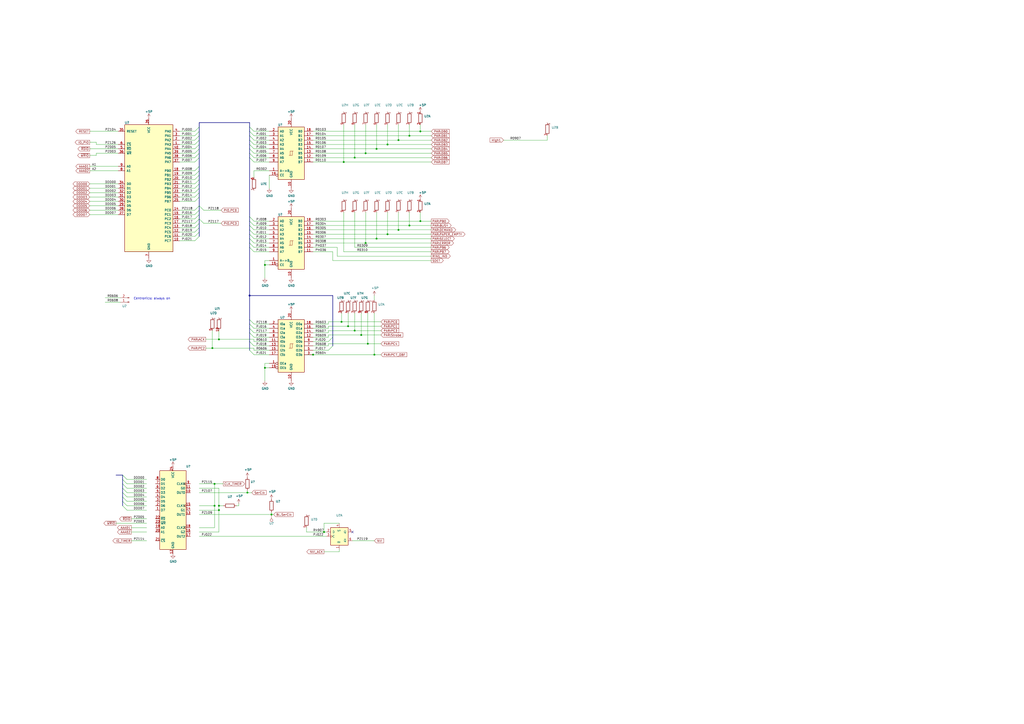
<source format=kicad_sch>
(kicad_sch (version 20220820) (generator eeschema)
  (paper "A2")
  (title_block (title "P09 PIO TIMER"))
  (lib_symbols
    (symbol "74xx:74LS244" (pin_names (offset 1.016))
      (property "Reference" "U" (at -7.62 16.51 0))
      (property "Value" "74LS244" (at -7.62 -16.51 0))
      (symbol "74LS244_1_0"
        (pin input inverted (at -12.7 -10.16 0) (length 5.08) (name "OEa") (number "1"))
        (pin power_in line (at 0 -20.32 90) (length 5.08) (name "GND") (number "10"))
        (pin input line (at -12.7 2.54 0) (length 5.08) (name "I0b") (number "11"))
        (pin tri_state line (at 12.7 5.08 180) (length 5.08) (name "O3a") (number "12"))
        (pin input line (at -12.7 0 0) (length 5.08) (name "I1b") (number "13"))
        (pin tri_state line (at 12.7 7.62 180) (length 5.08) (name "O2a") (number "14"))
        (pin input line (at -12.7 -2.54 0) (length 5.08) (name "I2b") (number "15"))
        (pin tri_state line (at 12.7 10.16 180) (length 5.08) (name "O1a") (number "16"))
        (pin input line (at -12.7 -5.08 0) (length 5.08) (name "I3b") (number "17"))
        (pin tri_state line (at 12.7 12.7 180) (length 5.08) (name "O0a") (number "18"))
        (pin input inverted (at -12.7 -12.7 0) (length 5.08) (name "OEb") (number "19"))
        (pin input line (at -12.7 12.7 0) (length 5.08) (name "I0a") (number "2"))
        (pin power_in line (at 0 20.32 270) (length 5.08) (name "VCC") (number "20"))
        (pin tri_state line (at 12.7 -5.08 180) (length 5.08) (name "O3b") (number "3"))
        (pin input line (at -12.7 10.16 0) (length 5.08) (name "I1a") (number "4"))
        (pin tri_state line (at 12.7 -2.54 180) (length 5.08) (name "O2b") (number "5"))
        (pin input line (at -12.7 7.62 0) (length 5.08) (name "I2a") (number "6"))
        (pin tri_state line (at 12.7 0 180) (length 5.08) (name "O1b") (number "7"))
        (pin input line (at -12.7 5.08 0) (length 5.08) (name "I3a") (number "8"))
        (pin tri_state line (at 12.7 2.54 180) (length 5.08) (name "O0b") (number "9"))
      )
    )
    (symbol "74xx:74LS245" (pin_names (offset 1.016))
      (property "Reference" "U" (at -7.62 16.51 0))
      (property "Value" "74LS245" (at -7.62 -16.51 0))
      (symbol "74LS245_1_0"
        (pin input line (at -12.7 -10.16 0) (length 5.08) (name "A->B") (number "1"))
        (pin power_in line (at 0 -20.32 90) (length 5.08) (name "GND") (number "10"))
        (pin tri_state line (at 12.7 -5.08 180) (length 5.08) (name "B7") (number "11"))
        (pin tri_state line (at 12.7 -2.54 180) (length 5.08) (name "B6") (number "12"))
        (pin tri_state line (at 12.7 0 180) (length 5.08) (name "B5") (number "13"))
        (pin tri_state line (at 12.7 2.54 180) (length 5.08) (name "B4") (number "14"))
        (pin tri_state line (at 12.7 5.08 180) (length 5.08) (name "B3") (number "15"))
        (pin tri_state line (at 12.7 7.62 180) (length 5.08) (name "B2") (number "16"))
        (pin tri_state line (at 12.7 10.16 180) (length 5.08) (name "B1") (number "17"))
        (pin tri_state line (at 12.7 12.7 180) (length 5.08) (name "B0") (number "18"))
        (pin input inverted (at -12.7 -12.7 0) (length 5.08) (name "CE") (number "19"))
        (pin tri_state line (at -12.7 12.7 0) (length 5.08) (name "A0") (number "2"))
        (pin power_in line (at 0 20.32 270) (length 5.08) (name "VCC") (number "20"))
        (pin tri_state line (at -12.7 10.16 0) (length 5.08) (name "A1") (number "3"))
        (pin tri_state line (at -12.7 7.62 0) (length 5.08) (name "A2") (number "4"))
        (pin tri_state line (at -12.7 5.08 0) (length 5.08) (name "A3") (number "5"))
        (pin tri_state line (at -12.7 2.54 0) (length 5.08) (name "A4") (number "6"))
        (pin tri_state line (at -12.7 0 0) (length 5.08) (name "A5") (number "7"))
        (pin tri_state line (at -12.7 -2.54 0) (length 5.08) (name "A6") (number "8"))
        (pin tri_state line (at -12.7 -5.08 0) (length 5.08) (name "A7") (number "9"))
      )
    )
    (symbol "74xx:74LS74" (pin_names (offset 1.016))
      (property "Reference" "U" (at -7.62 8.89 0))
      (property "Value" "74LS74" (at -7.62 -8.89 0))
      (symbol "74LS74_1_0"
        (pin input line (at 0 -7.62 90) (length 2.54) (name "~{R}") (number "1"))
        (pin input line (at -7.62 2.54 0) (length 2.54) (name "D") (number "2"))
        (pin input clock (at -7.62 0 0) (length 2.54) (name "C") (number "3"))
        (pin input line (at 0 7.62 270) (length 2.54) (name "~{S}") (number "4"))
        (pin output line (at 7.62 2.54 180) (length 2.54) (name "Q") (number "5"))
        (pin output line (at 7.62 -2.54 180) (length 2.54) (name "~{Q}") (number "6"))
      )
      (symbol "74LS74_2_0"
        (pin input line (at 0 7.62 270) (length 2.54) (name "~{S}") (number "10"))
        (pin input clock (at -7.62 0 0) (length 2.54) (name "C") (number "11"))
        (pin input line (at -7.62 2.54 0) (length 2.54) (name "D") (number "12"))
        (pin input line (at 0 -7.62 90) (length 2.54) (name "~{R}") (number "13"))
        (pin output line (at 7.62 -2.54 180) (length 2.54) (name "~{Q}") (number "8"))
        (pin output line (at 7.62 2.54 180) (length 2.54) (name "Q") (number "9"))
      )
      (symbol "74LS74_3_0"
        (pin power_in line (at 0 10.16 270) (length 2.54) (name "VCC") (number "14"))
        (pin power_in line (at 0 -10.16 90) (length 2.54) (name "GND") (number "7"))
      )
    )
    (symbol "Connector:Conn_01x02_Male" (pin_names (offset 1.016) hide)
      (property "Reference" "J" (at 0 2.54 0))
      (property "Value" "Conn_01x02_Male" (at 0 -5.08 0))
      (symbol "Conn_01x02_Male_1_1"
        (pin passive line (at 5.08 0 180) (length 3.81) (name "Pin_1") (number "1"))
        (pin passive line (at 5.08 -2.54 180) (length 3.81) (name "Pin_2") (number "2"))
      )
    )
    (symbol "Connector:TestPoint" (pin_numbers hide) (pin_names (offset 0.762) hide)
      (property "Reference" "TP" (at 0 6.858 0))
      (property "Value" "TestPoint" (at 0 5.08 0))
      (symbol "TestPoint_1_1"
        (pin passive line (at 0 0 90) (length 2.54) (name "1") (number "1"))
      )
    )
    (symbol "Device:R" (pin_numbers hide) (pin_names (offset 0))
      (property "Reference" "R" (at 2.032 0 90))
      (property "Value" "R" (at 0 0 90))
      (symbol "R_1_1"
        (pin passive line (at 0 3.81 270) (length 1.27) (name "~") (number "1"))
        (pin passive line (at 0 -3.81 90) (length 1.27) (name "~") (number "2"))
      )
    )
    (symbol "Device:R_Network07_Split" (pin_names (offset 0) hide)
      (property "Reference" "RN" (at 2.032 0 90))
      (property "Value" "R_Network07_Split" (at 0 0 90))
      (symbol "R_Network07_Split_1_1"
        (pin passive line (at 0 3.81 270) (length 1.27) (name "R1.1") (number "1"))
        (pin passive line (at 0 -3.81 90) (length 1.27) (name "R1.2") (number "2"))
      )
      (symbol "R_Network07_Split_2_1"
        (text "1" (at 0.889 3.175 900) (effects (font (size 1.27 1.27))))
        (pin passive line (at 0 -3.81 90) (length 1.27) (name "R2.2") (number "3"))
      )
      (symbol "R_Network07_Split_3_1"
        (text "1" (at 0.889 3.175 900) (effects (font (size 1.27 1.27))))
        (pin passive line (at 0 -3.81 90) (length 1.27) (name "R3.2") (number "4"))
      )
      (symbol "R_Network07_Split_4_1"
        (text "1" (at 0.889 3.175 900) (effects (font (size 1.27 1.27))))
        (pin passive line (at 0 -3.81 90) (length 1.27) (name "R4.2") (number "5"))
      )
      (symbol "R_Network07_Split_5_1"
        (text "1" (at 0.889 3.175 900) (effects (font (size 1.27 1.27))))
        (pin passive line (at 0 -3.81 90) (length 1.27) (name "R5.2") (number "6"))
      )
      (symbol "R_Network07_Split_6_1"
        (text "1" (at 0.889 3.175 900) (effects (font (size 1.27 1.27))))
        (pin passive line (at 0 -3.81 90) (length 1.27) (name "R6.2") (number "7"))
      )
      (symbol "R_Network07_Split_7_1"
        (text "1" (at 0.889 3.175 900) (effects (font (size 1.27 1.27))))
        (pin passive line (at 0 -3.81 90) (length 1.27) (name "R7.2") (number "8"))
      )
    )
    (symbol "Device:R_Network09_Split" (pin_names (offset 0) hide)
      (property "Reference" "RN" (at 2.032 0 90))
      (property "Value" "R_Network09_Split" (at 0 0 90))
      (symbol "R_Network09_Split_1_1"
        (pin passive line (at 0 3.81 270) (length 1.27) (name "R1.1") (number "1"))
        (pin passive line (at 0 -3.81 90) (length 1.27) (name "R1.2") (number "2"))
      )
      (symbol "R_Network09_Split_2_1"
        (text "1" (at 0.889 3.175 900) (effects (font (size 1.27 1.27))))
        (pin passive line (at 0 -3.81 90) (length 1.27) (name "R2.2") (number "3"))
      )
      (symbol "R_Network09_Split_3_1"
        (text "1" (at 0.889 3.175 900) (effects (font (size 1.27 1.27))))
        (pin passive line (at 0 -3.81 90) (length 1.27) (name "R3.2") (number "4"))
      )
      (symbol "R_Network09_Split_4_1"
        (text "1" (at 0.889 3.175 900) (effects (font (size 1.27 1.27))))
        (pin passive line (at 0 -3.81 90) (length 1.27) (name "R4.2") (number "5"))
      )
      (symbol "R_Network09_Split_5_1"
        (text "1" (at 0.889 3.175 900) (effects (font (size 1.27 1.27))))
        (pin passive line (at 0 -3.81 90) (length 1.27) (name "R5.2") (number "6"))
      )
      (symbol "R_Network09_Split_6_1"
        (text "1" (at 0.889 3.175 900) (effects (font (size 1.27 1.27))))
        (pin passive line (at 0 -3.81 90) (length 1.27) (name "R6.2") (number "7"))
      )
      (symbol "R_Network09_Split_7_1"
        (text "1" (at 0.889 3.175 900) (effects (font (size 1.27 1.27))))
        (pin passive line (at 0 -3.81 90) (length 1.27) (name "R7.2") (number "8"))
      )
      (symbol "R_Network09_Split_8_1"
        (text "1" (at 0.889 3.175 900) (effects (font (size 1.27 1.27))))
        (pin passive line (at 0 -3.81 90) (length 1.27) (name "R8.2") (number "9"))
      )
      (symbol "R_Network09_Split_9_1"
        (text "1" (at 0.889 3.175 900) (effects (font (size 1.27 1.27))))
        (pin passive line (at 0 -3.81 90) (length 1.27) (name "R9.2") (number "10"))
      )
    )
    (symbol "Interface:8255" (pin_names (offset 1.016))
      (property "Reference" "U" (at -13.97 38.1 0))
      (property "Value" "8255" (at 8.89 38.1 0))
      (symbol "8255_1_1"
        (pin bidirectional line (at 17.78 25.4 180) (length 3.81) (name "PA3") (number "1"))
        (pin bidirectional line (at 17.78 -30.48 180) (length 3.81) (name "PC7") (number "10"))
        (pin bidirectional line (at 17.78 -27.94 180) (length 3.81) (name "PC6") (number "11"))
        (pin bidirectional line (at 17.78 -25.4 180) (length 3.81) (name "PC5") (number "12"))
        (pin bidirectional line (at 17.78 -22.86 180) (length 3.81) (name "PC4") (number "13"))
        (pin bidirectional line (at 17.78 -12.7 180) (length 3.81) (name "PC0") (number "14"))
        (pin bidirectional line (at 17.78 -15.24 180) (length 3.81) (name "PC1") (number "15"))
        (pin bidirectional line (at 17.78 -17.78 180) (length 3.81) (name "PC2") (number "16"))
        (pin bidirectional line (at 17.78 -20.32 180) (length 3.81) (name "PC3") (number "17"))
        (pin bidirectional line (at 17.78 10.16 180) (length 3.81) (name "PB0") (number "18"))
        (pin bidirectional line (at 17.78 7.62 180) (length 3.81) (name "PB1") (number "19"))
        (pin bidirectional line (at 17.78 27.94 180) (length 3.81) (name "PA2") (number "2"))
        (pin bidirectional line (at 17.78 5.08 180) (length 3.81) (name "PB2") (number "20"))
        (pin bidirectional line (at 17.78 2.54 180) (length 3.81) (name "PB3") (number "21"))
        (pin bidirectional line (at 17.78 0 180) (length 3.81) (name "PB4") (number "22"))
        (pin bidirectional line (at 17.78 -2.54 180) (length 3.81) (name "PB5") (number "23"))
        (pin bidirectional line (at 17.78 -5.08 180) (length 3.81) (name "PB6") (number "24"))
        (pin bidirectional line (at 17.78 -7.62 180) (length 3.81) (name "PB7") (number "25"))
        (pin power_in line (at 0 40.64 270) (length 3.81) (name "VCC") (number "26"))
        (pin bidirectional line (at -17.78 -15.24 0) (length 3.81) (name "D7") (number "27"))
        (pin bidirectional line (at -17.78 -12.7 0) (length 3.81) (name "D6") (number "28"))
        (pin bidirectional line (at -17.78 -10.16 0) (length 3.81) (name "D5") (number "29"))
        (pin bidirectional line (at 17.78 30.48 180) (length 3.81) (name "PA1") (number "3"))
        (pin bidirectional line (at -17.78 -7.62 0) (length 3.81) (name "D4") (number "30"))
        (pin bidirectional line (at -17.78 -5.08 0) (length 3.81) (name "D3") (number "31"))
        (pin bidirectional line (at -17.78 -2.54 0) (length 3.81) (name "D2") (number "32"))
        (pin bidirectional line (at -17.78 0 0) (length 3.81) (name "D1") (number "33"))
        (pin bidirectional line (at -17.78 2.54 0) (length 3.81) (name "D0") (number "34"))
        (pin input line (at -17.78 33.02 0) (length 3.81) (name "RESET") (number "35"))
        (pin input line (at -17.78 20.32 0) (length 3.81) (name "~{WR}") (number "36"))
        (pin bidirectional line (at 17.78 15.24 180) (length 3.81) (name "PA7") (number "37"))
        (pin bidirectional line (at 17.78 17.78 180) (length 3.81) (name "PA6") (number "38"))
        (pin bidirectional line (at 17.78 20.32 180) (length 3.81) (name "PA5") (number "39"))
        (pin bidirectional line (at 17.78 33.02 180) (length 3.81) (name "PA0") (number "4"))
        (pin bidirectional line (at 17.78 22.86 180) (length 3.81) (name "PA4") (number "40"))
        (pin input line (at -17.78 22.86 0) (length 3.81) (name "~{RD}") (number "5"))
        (pin input line (at -17.78 25.4 0) (length 3.81) (name "~{CS}") (number "6"))
        (pin power_in line (at 0 -40.64 90) (length 3.81) (name "GND") (number "7"))
        (pin input line (at -17.78 10.16 0) (length 3.81) (name "A1") (number "8"))
        (pin input line (at -17.78 12.7 0) (length 3.81) (name "A0") (number "9"))
      )
    )
    (symbol "Timer:8253"
      (property "Reference" "U" (at -5.08 24.13 0))
      (property "Value" "8253" (at 2.54 24.13 0))
      (symbol "8253_1_1"
        (pin bidirectional line (at -10.16 0 0) (length 2.54) (name "D7") (number "1"))
        (pin output line (at 10.16 10.16 180) (length 2.54) (name "OUT0") (number "10"))
        (pin input line (at 10.16 12.7 180) (length 2.54) (name "G0") (number "11"))
        (pin power_in line (at 0 -25.4 90) (length 2.54) (name "GND") (number "12"))
        (pin output line (at 10.16 -2.54 180) (length 2.54) (name "OUT1") (number "13"))
        (pin input line (at 10.16 0 180) (length 2.54) (name "G1") (number "14"))
        (pin input clock (at 10.16 2.54 180) (length 2.54) (name "CLK1") (number "15"))
        (pin input line (at 10.16 -12.7 180) (length 2.54) (name "G2") (number "16"))
        (pin output line (at 10.16 -15.24 180) (length 2.54) (name "OUT2") (number "17"))
        (pin input clock (at 10.16 -10.16 180) (length 2.54) (name "CLK2") (number "18"))
        (pin input line (at -10.16 -10.16 0) (length 2.54) (name "A0") (number "19"))
        (pin bidirectional line (at -10.16 2.54 0) (length 2.54) (name "D6") (number "2"))
        (pin input line (at -10.16 -12.7 0) (length 2.54) (name "A1") (number "20"))
        (pin input line (at -10.16 -17.78 0) (length 2.54) (name "~{CS}") (number "21"))
        (pin input line (at -10.16 -5.08 0) (length 2.54) (name "~{RD}") (number "22"))
        (pin input line (at -10.16 -7.62 0) (length 2.54) (name "~{WR}") (number "23"))
        (pin power_in line (at 0 25.4 270) (length 2.54) (name "VCC") (number "24"))
        (pin bidirectional line (at -10.16 5.08 0) (length 2.54) (name "D5") (number "3"))
        (pin bidirectional line (at -10.16 7.62 0) (length 2.54) (name "D4") (number "4"))
        (pin bidirectional line (at -10.16 10.16 0) (length 2.54) (name "D3") (number "5"))
        (pin bidirectional line (at -10.16 12.7 0) (length 2.54) (name "D2") (number "6"))
        (pin bidirectional line (at -10.16 15.24 0) (length 2.54) (name "D1") (number "7"))
        (pin bidirectional line (at -10.16 17.78 0) (length 2.54) (name "D0") (number "8"))
        (pin input clock (at 10.16 15.24 180) (length 2.54) (name "CLK0") (number "9"))
      )
    )
    (symbol "power:+5P" (power) (pin_names (offset 0))
      (property "Value" "+5P" (at 0 3.556 0))
      (symbol "+5P_1_1"
        (pin power_in line (at 0 0 90) (length 0) hide (name "+5P") (number "1"))
      )
    )
    (symbol "power:GND" (power) (pin_names (offset 0))
      (property "Value" "GND" (at 0 -3.81 0))
      (symbol "GND_1_1"
        (pin power_in line (at 0 0 270) (length 0) hide (name "GND") (number "1"))
      )
    )
  )
  (junction (at 231.14 81.28))
  (junction (at 181.61 205.74))
  (junction (at 124.46 293.37))
  (junction (at 237.49 130.81))
  (junction (at 218.44 138.43))
  (junction (at 243.84 76.2))
  (junction (at 157.48 298.45))
  (junction (at 198.12 186.69))
  (junction (at 123.19 201.93))
  (junction (at 153.67 153.67))
  (junction (at 144.78 171.45))
  (junction (at 224.79 135.89))
  (junction (at 209.55 194.31))
  (junction (at 153.67 213.36))
  (junction (at 243.84 128.27))
  (junction (at 224.79 83.82))
  (junction (at 231.14 133.35))
  (junction (at 218.44 86.36))
  (junction (at 201.93 189.23))
  (junction (at 213.36 199.39))
  (junction (at 127 196.85))
  (junction (at 127 293.37))
  (junction (at 127 295.91))
  (junction (at 187.96 308.61))
  (junction (at 124.46 280.67))
  (junction (at 205.74 191.77))
  (junction (at 217.17 205.74))
  (junction (at 143.51 285.75))
  (junction (at 212.09 88.9))
  (junction (at 212.09 140.97))
  (junction (at 199.39 93.98))
  (junction (at 205.74 91.44))
  (junction (at 237.49 78.74))
  (no_connect (at 204.47 308.61))
  (bus_entry (at 113.03 116.84) (size 2.54 -2.54))
  (bus_entry (at 113.03 129.54) (size 2.54 -2.54))
  (bus_entry (at 190.5 198.12) (size 2.54 -2.54))
  (bus_entry (at 113.03 121.92) (size 2.54 -2.54))
  (bus_entry (at 144.78 130.81) (size 2.54 2.54))
  (bus_entry (at 113.03 86.36) (size 2.54 -2.54))
  (bus_entry (at 144.78 83.82) (size 2.54 2.54))
  (bus_entry (at 113.03 83.82) (size 2.54 -2.54))
  (bus_entry (at 144.78 128.27) (size 2.54 2.54))
  (bus_entry (at 144.78 86.36) (size 2.54 2.54))
  (bus_entry (at 113.03 93.98) (size 2.54 -2.54))
  (bus_entry (at 115.57 127) (size 2.54 2.54))
  (bus_entry (at 113.03 109.22) (size 2.54 -2.54))
  (bus_entry (at 144.78 81.28) (size 2.54 2.54))
  (bus_entry (at 113.03 124.46) (size 2.54 -2.54))
  (bus_entry (at 113.03 106.68) (size 2.54 -2.54))
  (bus_entry (at 113.03 76.2) (size 2.54 -2.54))
  (bus_entry (at 113.03 127) (size 2.54 -2.54))
  (bus_entry (at 113.03 111.76) (size 2.54 -2.54))
  (bus_entry (at 144.78 193.04) (size 2.54 2.54))
  (bus_entry (at 113.03 139.7) (size 2.54 -2.54))
  (bus_entry (at 113.03 104.14) (size 2.54 -2.54))
  (bus_entry (at 144.78 73.66) (size 2.54 2.54))
  (bus_entry (at 71.12 280.67) (size 2.54 2.54))
  (bus_entry (at 71.12 285.75) (size 2.54 2.54))
  (bus_entry (at 144.78 76.2) (size 2.54 2.54))
  (bus_entry (at 71.12 278.13) (size 2.54 2.54))
  (bus_entry (at 144.78 91.44) (size 2.54 2.54))
  (bus_entry (at 144.78 78.74) (size 2.54 2.54))
  (bus_entry (at 71.12 288.29) (size 2.54 2.54))
  (bus_entry (at 190.5 203.2) (size 2.54 -2.54))
  (bus_entry (at 71.12 290.83) (size 2.54 2.54))
  (bus_entry (at 71.12 275.59) (size 2.54 2.54))
  (bus_entry (at 113.03 137.16) (size 2.54 -2.54))
  (bus_entry (at 144.78 133.35) (size 2.54 2.54))
  (bus_entry (at 113.03 101.6) (size 2.54 -2.54))
  (bus_entry (at 113.03 91.44) (size 2.54 -2.54))
  (bus_entry (at 144.78 203.2) (size 2.54 2.54))
  (bus_entry (at 144.78 138.43) (size 2.54 2.54))
  (bus_entry (at 144.78 190.5) (size 2.54 2.54))
  (bus_entry (at 144.78 88.9) (size 2.54 2.54))
  (bus_entry (at 144.78 185.42) (size 2.54 2.54))
  (bus_entry (at 113.03 114.3) (size 2.54 -2.54))
  (bus_entry (at 115.57 119.38) (size 2.54 2.54))
  (bus_entry (at 113.03 134.62) (size 2.54 -2.54))
  (bus_entry (at 144.78 187.96) (size 2.54 2.54))
  (bus_entry (at 144.78 140.97) (size 2.54 2.54))
  (bus_entry (at 113.03 81.28) (size 2.54 -2.54))
  (bus_entry (at 113.03 78.74) (size 2.54 -2.54))
  (bus_entry (at 144.78 125.73) (size 2.54 2.54))
  (bus_entry (at 113.03 99.06) (size 2.54 -2.54))
  (bus_entry (at 144.78 198.12) (size 2.54 2.54))
  (bus_entry (at 71.12 293.37) (size 2.54 2.54))
  (bus_entry (at 144.78 135.89) (size 2.54 2.54))
  (bus_entry (at 113.03 88.9) (size 2.54 -2.54))
  (bus_entry (at 113.03 132.08) (size 2.54 -2.54))
  (bus_entry (at 144.78 143.51) (size 2.54 2.54))
  (bus_entry (at 71.12 283.21) (size 2.54 2.54))
  (wire (pts (xy 193.04 151.13) (xy 193.04 146.05)))
  (wire (pts (xy 205.74 181.61) (xy 205.74 191.77)))
  (wire (pts (xy 147.32 203.2) (xy 147.32 201.93)))
  (wire (pts (xy 181.61 200.66) (xy 190.5 200.66)))
  (bus (pts (xy 115.57 78.74) (xy 115.57 81.28)))
  (wire (pts (xy 224.79 83.82) (xy 250.19 83.82)))
  (wire (pts (xy 52.07 114.3) (xy 68.58 114.3)))
  (wire (pts (xy 73.66 290.83) (xy 85.09 290.83)))
  (wire (pts (xy 187.96 308.61) (xy 187.96 303.53)))
  (bus (pts (xy 115.57 96.52) (xy 115.57 99.06)))
  (wire (pts (xy 181.61 138.43) (xy 218.44 138.43)))
  (wire (pts (xy 147.32 190.5) (xy 156.21 190.5)))
  (wire (pts (xy 147.32 86.36) (xy 156.21 86.36)))
  (bus (pts (xy 71.12 283.21) (xy 71.12 285.75)))
  (wire (pts (xy 127 293.37) (xy 127 295.91)))
  (wire (pts (xy 123.19 191.77) (xy 123.19 201.93)))
  (wire (pts (xy 104.14 114.3) (xy 113.03 114.3)))
  (wire (pts (xy 104.14 127) (xy 113.03 127)))
  (wire (pts (xy 73.66 295.91) (xy 85.09 295.91)))
  (wire (pts (xy 181.61 83.82) (xy 224.79 83.82)))
  (wire (pts (xy 115.57 311.15) (xy 189.23 311.15)))
  (wire (pts (xy 243.84 76.2) (xy 250.19 76.2)))
  (wire (pts (xy 317.5 78.74) (xy 317.5 81.28)))
  (wire (pts (xy 104.14 76.2) (xy 113.03 76.2)))
  (wire (pts (xy 199.39 123.19) (xy 199.39 146.05)))
  (wire (pts (xy 147.32 196.85) (xy 127 196.85)))
  (wire (pts (xy 205.74 143.51) (xy 250.19 143.51)))
  (wire (pts (xy 147.32 138.43) (xy 156.21 138.43)))
  (bus (pts (xy 144.78 71.12) (xy 144.78 73.66)))
  (bus (pts (xy 144.78 88.9) (xy 144.78 91.44)))
  (wire (pts (xy 292.1 81.28) (xy 317.5 81.28)))
  (wire (pts (xy 187.96 320.04) (xy 196.85 320.04)))
  (wire (pts (xy 52.07 86.36) (xy 68.58 86.36)))
  (wire (pts (xy 147.32 193.04) (xy 156.21 193.04)))
  (wire (pts (xy 190.5 195.58) (xy 190.5 194.31)))
  (wire (pts (xy 104.14 78.74) (xy 113.03 78.74)))
  (wire (pts (xy 104.14 101.6) (xy 113.03 101.6)))
  (bus (pts (xy 144.78 187.96) (xy 144.78 190.5)))
  (wire (pts (xy 124.46 280.67) (xy 129.54 280.67)))
  (wire (pts (xy 52.07 124.46) (xy 68.58 124.46)))
  (bus (pts (xy 71.12 290.83) (xy 71.12 293.37)))
  (wire (pts (xy 52.07 99.06) (xy 68.58 99.06)))
  (wire (pts (xy 198.12 181.61) (xy 198.12 186.69)))
  (wire (pts (xy 190.5 193.04) (xy 190.5 191.77)))
  (wire (pts (xy 231.14 133.35) (xy 250.19 133.35)))
  (wire (pts (xy 205.74 123.19) (xy 205.74 143.51)))
  (wire (pts (xy 147.32 83.82) (xy 156.21 83.82)))
  (wire (pts (xy 218.44 123.19) (xy 218.44 138.43)))
  (wire (pts (xy 118.11 121.92) (xy 128.27 121.92)))
  (wire (pts (xy 147.32 99.06) (xy 156.21 99.06)))
  (wire (pts (xy 147.32 198.12) (xy 147.32 196.85)))
  (wire (pts (xy 193.04 151.13) (xy 250.19 151.13)))
  (bus (pts (xy 144.78 125.73) (xy 144.78 128.27)))
  (wire (pts (xy 231.14 72.39) (xy 231.14 81.28)))
  (wire (pts (xy 147.32 140.97) (xy 156.21 140.97)))
  (bus (pts (xy 71.12 275.59) (xy 71.12 278.13)))
  (bus (pts (xy 115.57 104.14) (xy 115.57 106.68)))
  (wire (pts (xy 147.32 88.9) (xy 156.21 88.9)))
  (wire (pts (xy 181.61 128.27) (xy 243.84 128.27)))
  (bus (pts (xy 144.78 138.43) (xy 144.78 140.97)))
  (wire (pts (xy 73.66 285.75) (xy 85.09 285.75)))
  (wire (pts (xy 190.5 194.31) (xy 209.55 194.31)))
  (wire (pts (xy 213.36 181.61) (xy 213.36 199.39)))
  (wire (pts (xy 177.8 308.61) (xy 187.96 308.61)))
  (wire (pts (xy 55.88 82.55) (xy 55.88 83.82)))
  (wire (pts (xy 147.32 133.35) (xy 156.21 133.35)))
  (wire (pts (xy 181.61 203.2) (xy 190.5 203.2)))
  (wire (pts (xy 147.32 203.2) (xy 156.21 203.2)))
  (bus (pts (xy 144.78 140.97) (xy 144.78 143.51)))
  (wire (pts (xy 156.21 109.22) (xy 156.21 101.6)))
  (wire (pts (xy 213.36 199.39) (xy 220.98 199.39)))
  (wire (pts (xy 212.09 140.97) (xy 250.19 140.97)))
  (wire (pts (xy 104.14 116.84) (xy 113.03 116.84)))
  (wire (pts (xy 127 191.77) (xy 127 196.85)))
  (wire (pts (xy 237.49 78.74) (xy 250.19 78.74)))
  (wire (pts (xy 104.14 86.36) (xy 113.03 86.36)))
  (wire (pts (xy 73.66 278.13) (xy 85.09 278.13)))
  (wire (pts (xy 127 293.37) (xy 129.54 293.37)))
  (wire (pts (xy 177.8 205.74) (xy 181.61 205.74)))
  (wire (pts (xy 217.17 171.45) (xy 217.17 173.99)))
  (bus (pts (xy 144.78 190.5) (xy 144.78 193.04)))
  (wire (pts (xy 104.14 111.76) (xy 113.03 111.76)))
  (wire (pts (xy 147.32 130.81) (xy 156.21 130.81)))
  (wire (pts (xy 243.84 123.19) (xy 243.84 128.27)))
  (wire (pts (xy 115.57 285.75) (xy 143.51 285.75)))
  (wire (pts (xy 104.14 129.54) (xy 113.03 129.54)))
  (wire (pts (xy 76.2 313.69) (xy 85.09 313.69)))
  (wire (pts (xy 218.44 86.36) (xy 250.19 86.36)))
  (wire (pts (xy 52.07 96.52) (xy 68.58 96.52)))
  (bus (pts (xy 115.57 86.36) (xy 115.57 88.9)))
  (wire (pts (xy 127 308.61) (xy 127 295.91)))
  (bus (pts (xy 115.57 73.66) (xy 115.57 76.2)))
  (wire (pts (xy 115.57 280.67) (xy 124.46 280.67)))
  (bus (pts (xy 144.78 83.82) (xy 144.78 86.36)))
  (wire (pts (xy 115.57 298.45) (xy 157.48 298.45)))
  (wire (pts (xy 217.17 205.74) (xy 220.98 205.74)))
  (wire (pts (xy 55.88 83.82) (xy 68.58 83.82)))
  (wire (pts (xy 181.61 135.89) (xy 224.79 135.89)))
  (wire (pts (xy 237.49 123.19) (xy 237.49 130.81)))
  (wire (pts (xy 190.5 187.96) (xy 190.5 186.69)))
  (bus (pts (xy 115.57 83.82) (xy 115.57 86.36)))
  (wire (pts (xy 52.07 109.22) (xy 68.58 109.22)))
  (bus (pts (xy 71.12 278.13) (xy 71.12 280.67)))
  (bus (pts (xy 144.78 193.04) (xy 144.78 198.12)))
  (bus (pts (xy 144.78 76.2) (xy 144.78 78.74)))
  (wire (pts (xy 218.44 138.43) (xy 250.19 138.43)))
  (wire (pts (xy 147.32 128.27) (xy 156.21 128.27)))
  (wire (pts (xy 212.09 123.19) (xy 212.09 140.97)))
  (wire (pts (xy 190.5 191.77) (xy 205.74 191.77)))
  (wire (pts (xy 143.51 284.48) (xy 143.51 285.75)))
  (wire (pts (xy 52.07 90.17) (xy 55.88 90.17)))
  (wire (pts (xy 104.14 109.22) (xy 113.03 109.22)))
  (wire (pts (xy 205.74 191.77) (xy 220.98 191.77)))
  (bus (pts (xy 115.57 121.92) (xy 115.57 124.46)))
  (wire (pts (xy 199.39 146.05) (xy 250.19 146.05)))
  (bus (pts (xy 115.57 106.68) (xy 115.57 109.22)))
  (wire (pts (xy 198.12 186.69) (xy 220.98 186.69)))
  (bus (pts (xy 115.57 111.76) (xy 115.57 114.3)))
  (wire (pts (xy 127 196.85) (xy 119.38 196.85)))
  (wire (pts (xy 104.14 81.28) (xy 113.03 81.28)))
  (wire (pts (xy 209.55 181.61) (xy 209.55 194.31)))
  (wire (pts (xy 69.85 172.72) (xy 60.96 172.72)))
  (wire (pts (xy 52.07 106.68) (xy 68.58 106.68)))
  (bus (pts (xy 115.57 91.44) (xy 115.57 96.52)))
  (wire (pts (xy 147.32 99.06) (xy 147.32 102.87)))
  (wire (pts (xy 199.39 72.39) (xy 199.39 93.98)))
  (bus (pts (xy 115.57 124.46) (xy 115.57 127)))
  (wire (pts (xy 127 283.21) (xy 127 293.37)))
  (bus (pts (xy 71.12 285.75) (xy 71.12 288.29)))
  (wire (pts (xy 147.32 78.74) (xy 156.21 78.74)))
  (bus (pts (xy 144.78 81.28) (xy 144.78 83.82)))
  (bus (pts (xy 115.57 127) (xy 115.57 129.54)))
  (wire (pts (xy 217.17 205.74) (xy 217.17 181.61)))
  (wire (pts (xy 115.57 295.91) (xy 127 295.91)))
  (wire (pts (xy 147.32 93.98) (xy 156.21 93.98)))
  (bus (pts (xy 144.78 185.42) (xy 144.78 187.96)))
  (wire (pts (xy 193.04 146.05) (xy 181.61 146.05)))
  (wire (pts (xy 104.14 134.62) (xy 113.03 134.62)))
  (wire (pts (xy 104.14 106.68) (xy 113.03 106.68)))
  (wire (pts (xy 52.07 111.76) (xy 68.58 111.76)))
  (wire (pts (xy 209.55 194.31) (xy 220.98 194.31)))
  (bus (pts (xy 144.78 143.51) (xy 144.78 171.45)))
  (wire (pts (xy 138.43 293.37) (xy 138.43 292.1)))
  (wire (pts (xy 196.85 303.53) (xy 187.96 303.53)))
  (wire (pts (xy 52.07 76.2) (xy 68.58 76.2)))
  (wire (pts (xy 143.51 285.75) (xy 146.05 285.75)))
  (wire (pts (xy 67.31 303.53) (xy 85.09 303.53)))
  (wire (pts (xy 224.79 135.89) (xy 250.19 135.89)))
  (wire (pts (xy 147.32 205.74) (xy 156.21 205.74)))
  (wire (pts (xy 181.61 198.12) (xy 190.5 198.12)))
  (wire (pts (xy 218.44 72.39) (xy 218.44 86.36)))
  (wire (pts (xy 157.48 297.18) (xy 157.48 298.45)))
  (wire (pts (xy 147.32 146.05) (xy 156.21 146.05)))
  (wire (pts (xy 195.58 148.59) (xy 250.19 148.59)))
  (wire (pts (xy 55.88 88.9) (xy 68.58 88.9)))
  (wire (pts (xy 181.61 81.28) (xy 231.14 81.28)))
  (wire (pts (xy 147.32 198.12) (xy 156.21 198.12)))
  (bus (pts (xy 144.78 171.45) (xy 144.78 185.42)))
  (bus (pts (xy 115.57 109.22) (xy 115.57 111.76)))
  (wire (pts (xy 187.96 308.61) (xy 189.23 308.61)))
  (wire (pts (xy 153.67 220.98) (xy 153.67 213.36)))
  (wire (pts (xy 124.46 280.67) (xy 124.46 293.37)))
  (wire (pts (xy 181.61 86.36) (xy 218.44 86.36)))
  (wire (pts (xy 231.14 81.28) (xy 250.19 81.28)))
  (bus (pts (xy 115.57 71.12) (xy 115.57 73.66)))
  (bus (pts (xy 144.78 128.27) (xy 144.78 130.81)))
  (wire (pts (xy 177.8 306.07) (xy 177.8 308.61)))
  (wire (pts (xy 237.49 72.39) (xy 237.49 78.74)))
  (bus (pts (xy 115.57 132.08) (xy 115.57 134.62)))
  (wire (pts (xy 115.57 308.61) (xy 127 308.61)))
  (wire (pts (xy 147.32 200.66) (xy 156.21 200.66)))
  (wire (pts (xy 190.5 200.66) (xy 190.5 199.39)))
  (wire (pts (xy 73.66 288.29) (xy 85.09 288.29)))
  (wire (pts (xy 205.74 72.39) (xy 205.74 91.44)))
  (wire (pts (xy 224.79 72.39) (xy 224.79 83.82)))
  (bus (pts (xy 115.57 129.54) (xy 115.57 132.08)))
  (wire (pts (xy 115.57 283.21) (xy 127 283.21)))
  (wire (pts (xy 153.67 151.13) (xy 156.21 151.13)))
  (bus (pts (xy 115.57 81.28) (xy 115.57 83.82)))
  (wire (pts (xy 181.61 76.2) (xy 243.84 76.2)))
  (bus (pts (xy 71.12 288.29) (xy 71.12 290.83)))
  (wire (pts (xy 147.32 76.2) (xy 156.21 76.2)))
  (bus (pts (xy 115.57 114.3) (xy 115.57 119.38)))
  (bus (pts (xy 144.78 198.12) (xy 144.78 203.2)))
  (wire (pts (xy 73.66 283.21) (xy 85.09 283.21)))
  (bus (pts (xy 144.78 135.89) (xy 144.78 138.43)))
  (bus (pts (xy 115.57 88.9) (xy 115.57 91.44)))
  (wire (pts (xy 181.61 88.9) (xy 212.09 88.9)))
  (wire (pts (xy 190.5 190.5) (xy 190.5 189.23)))
  (wire (pts (xy 190.5 199.39) (xy 213.36 199.39)))
  (wire (pts (xy 76.2 308.61) (xy 85.09 308.61)))
  (wire (pts (xy 104.14 83.82) (xy 113.03 83.82)))
  (wire (pts (xy 199.39 93.98) (xy 250.19 93.98)))
  (wire (pts (xy 124.46 293.37) (xy 124.46 306.07)))
  (wire (pts (xy 153.67 210.82) (xy 156.21 210.82)))
  (wire (pts (xy 181.61 78.74) (xy 237.49 78.74)))
  (wire (pts (xy 201.93 189.23) (xy 220.98 189.23)))
  (wire (pts (xy 118.11 129.54) (xy 128.27 129.54)))
  (wire (pts (xy 147.32 201.93) (xy 123.19 201.93)))
  (bus (pts (xy 144.78 133.35) (xy 144.78 135.89)))
  (wire (pts (xy 147.32 187.96) (xy 156.21 187.96)))
  (wire (pts (xy 153.67 153.67) (xy 153.67 151.13)))
  (wire (pts (xy 124.46 306.07) (xy 115.57 306.07)))
  (wire (pts (xy 212.09 72.39) (xy 212.09 88.9)))
  (wire (pts (xy 69.85 175.26) (xy 60.96 175.26)))
  (wire (pts (xy 190.5 189.23) (xy 201.93 189.23)))
  (wire (pts (xy 181.61 93.98) (xy 199.39 93.98)))
  (wire (pts (xy 104.14 139.7) (xy 113.03 139.7)))
  (bus (pts (xy 193.04 171.45) (xy 144.78 171.45)))
  (wire (pts (xy 147.32 195.58) (xy 156.21 195.58)))
  (bus (pts (xy 115.57 76.2) (xy 115.57 78.74)))
  (wire (pts (xy 153.67 213.36) (xy 153.67 210.82)))
  (wire (pts (xy 137.16 293.37) (xy 138.43 293.37)))
  (wire (pts (xy 147.32 135.89) (xy 156.21 135.89)))
  (wire (pts (xy 181.61 91.44) (xy 205.74 91.44)))
  (wire (pts (xy 52.07 116.84) (xy 68.58 116.84)))
  (wire (pts (xy 104.14 132.08) (xy 113.03 132.08)))
  (wire (pts (xy 123.19 201.93) (xy 119.38 201.93)))
  (wire (pts (xy 55.88 90.17) (xy 55.88 88.9)))
  (wire (pts (xy 204.47 313.69) (xy 217.17 313.69)))
  (wire (pts (xy 124.46 293.37) (xy 115.57 293.37)))
  (bus (pts (xy 144.78 71.12) (xy 115.57 71.12)))
  (wire (pts (xy 76.2 300.99) (xy 85.09 300.99)))
  (wire (pts (xy 52.07 119.38) (xy 68.58 119.38)))
  (wire (pts (xy 181.61 205.74) (xy 217.17 205.74)))
  (wire (pts (xy 181.61 187.96) (xy 190.5 187.96)))
  (bus (pts (xy 71.12 275.59) (xy 67.31 275.59)))
  (bus (pts (xy 144.78 78.74) (xy 144.78 81.28)))
  (bus (pts (xy 115.57 101.6) (xy 115.57 104.14)))
  (wire (pts (xy 104.14 104.14) (xy 113.03 104.14)))
  (wire (pts (xy 104.14 137.16) (xy 113.03 137.16)))
  (wire (pts (xy 205.74 91.44) (xy 250.19 91.44)))
  (wire (pts (xy 73.66 280.67) (xy 85.09 280.67)))
  (wire (pts (xy 195.58 143.51) (xy 181.61 143.51)))
  (wire (pts (xy 201.93 181.61) (xy 201.93 189.23)))
  (wire (pts (xy 181.61 193.04) (xy 190.5 193.04)))
  (bus (pts (xy 115.57 134.62) (xy 115.57 137.16)))
  (bus (pts (xy 144.78 73.66) (xy 144.78 76.2)))
  (wire (pts (xy 190.5 186.69) (xy 198.12 186.69)))
  (wire (pts (xy 156.21 153.67) (xy 153.67 153.67)))
  (bus (pts (xy 71.12 280.67) (xy 71.12 283.21)))
  (wire (pts (xy 104.14 91.44) (xy 113.03 91.44)))
  (wire (pts (xy 243.84 72.39) (xy 243.84 76.2)))
  (bus (pts (xy 144.78 130.81) (xy 144.78 133.35)))
  (wire (pts (xy 73.66 293.37) (xy 85.09 293.37)))
  (bus (pts (xy 115.57 99.06) (xy 115.57 101.6)))
  (bus (pts (xy 144.78 86.36) (xy 144.78 88.9)))
  (bus (pts (xy 144.78 91.44) (xy 144.78 125.73)))
  (wire (pts (xy 181.61 195.58) (xy 190.5 195.58)))
  (wire (pts (xy 231.14 123.19) (xy 231.14 133.35)))
  (wire (pts (xy 147.32 81.28) (xy 156.21 81.28)))
  (wire (pts (xy 104.14 121.92) (xy 113.03 121.92)))
  (bus (pts (xy 193.04 195.58) (xy 193.04 200.66)))
  (wire (pts (xy 156.21 213.36) (xy 153.67 213.36)))
  (wire (pts (xy 104.14 88.9) (xy 113.03 88.9)))
  (wire (pts (xy 195.58 148.59) (xy 195.58 143.51)))
  (wire (pts (xy 147.32 143.51) (xy 156.21 143.51)))
  (bus (pts (xy 115.57 119.38) (xy 115.57 121.92)))
  (wire (pts (xy 181.61 140.97) (xy 212.09 140.97)))
  (bus (pts (xy 193.04 171.45) (xy 193.04 195.58)))
  (wire (pts (xy 76.2 306.07) (xy 85.09 306.07)))
  (wire (pts (xy 181.61 130.81) (xy 237.49 130.81)))
  (wire (pts (xy 52.07 82.55) (xy 55.88 82.55)))
  (wire (pts (xy 212.09 88.9) (xy 250.19 88.9)))
  (wire (pts (xy 147.32 91.44) (xy 156.21 91.44)))
  (wire (pts (xy 181.61 190.5) (xy 190.5 190.5)))
  (wire (pts (xy 224.79 123.19) (xy 224.79 135.89)))
  (wire (pts (xy 181.61 133.35) (xy 231.14 133.35)))
  (wire (pts (xy 153.67 161.29) (xy 153.67 153.67)))
  (wire (pts (xy 243.84 128.27) (xy 250.19 128.27)))
  (wire (pts (xy 157.48 298.45) (xy 158.75 298.45)))
  (wire (pts (xy 52.07 121.92) (xy 68.58 121.92)))
  (wire (pts (xy 104.14 93.98) (xy 113.03 93.98)))
  (wire (pts (xy 104.14 124.46) (xy 113.03 124.46)))
  (wire (pts (xy 196.85 320.04) (xy 196.85 318.77)))
  (wire (pts (xy 237.49 130.81) (xy 250.19 130.81)))
  (wire (pts (xy 104.14 99.06) (xy 113.03 99.06)))
  (text "Centronics: always on" (at 77.47 173.99 0) (effects (font (size 1.27 1.27)) (justify left bottom)))
  (label "PJ013" (at 105.41 111.76 0))
  (label "R0606" (at 62.23 172.72 0))
  (label "PJ019" (at 105.41 134.62 0))
  (label "DDD07" (at 67.31 124.46 180))
  (label "PJ001" (at 148.59 78.74 0))
  (label "PJ003" (at 105.41 83.82 0))
  (label "PJ022" (at 181.61 311.15 0))
  (label "PJ004" (at 105.41 86.36 0))
  (label "PJ010" (at 148.59 133.35 0))
  (label "PJ016" (at 105.41 124.46 0))
  (label "DDD02" (at 83.82 283.21 180))
  (label "PJ008" (at 105.41 99.06 0))
  (label "PH036" (at 182.88 146.05 0))
  (label "A1" (at 53.34 96.52 0))
  (label "PJ001" (at 105.41 78.74 0))
  (label "PZ119" (at 207.01 313.69 0))
  (label "R0305" (at 182.88 133.35 0))
  (label "PJ015" (at 105.41 116.84 0))
  (label "PJ014" (at 105.41 114.3 0))
  (label "PJ006" (at 105.41 91.44 0))
  (label "PH037" (at 182.88 143.51 0))
  (label "R0907" (at 295.91 81.28 0))
  (label "R0109" (at 182.88 91.44 0))
  (label "PZ118" (at 148.59 187.96 0))
  (label "DDD01" (at 83.82 280.67 180))
  (label "DDD04" (at 83.82 288.29 180))
  (label "R0306" (at 182.88 135.89 0))
  (label "PJ020" (at 182.88 198.12 0))
  (label "R0108" (at 182.88 88.9 0))
  (label "PJ014" (at 148.59 143.51 0))
  (label "PZ003" (at 77.47 303.53 0))
  (label "DDD06" (at 67.31 121.92 180))
  (label "R0307" (at 182.88 138.43 0))
  (label "PJ016" (at 148.59 190.5 0))
  (label "PJ009" (at 105.41 101.6 0))
  (label "DDD05" (at 83.82 290.83 180))
  (label "R0303" (at 182.88 128.27 0))
  (label "PZ109" (at 116.84 298.45 0))
  (label "R0603" (at 182.88 187.96 0))
  (label "R0304" (at 182.88 130.81 0))
  (label "PJ000" (at 148.59 76.2 0))
  (label "PZ117" (at 120.65 129.54 0))
  (label "R0609" (at 182.88 195.58 0))
  (label "PZ126" (at 60.96 83.82 0))
  (label "PZ118" (at 105.41 121.92 0))
  (label "R0607" (at 182.88 193.04 0))
  (label "R0604" (at 182.88 205.74 0))
  (label "PJ018" (at 148.59 200.66 0))
  (label "R0302" (at 148.59 99.06 0))
  (label "PZ117" (at 105.41 129.54 0))
  (label "PJ005" (at 105.41 88.9 0))
  (label "PJ019" (at 148.59 195.58 0))
  (label "PZ118" (at 120.65 121.92 0))
  (label "R0606" (at 148.59 203.2 0))
  (label "PJ000" (at 105.41 76.2 0))
  (label "PJ017" (at 182.88 203.2 0))
  (label "PJ018" (at 105.41 132.08 0))
  (label "R0309" (at 207.01 143.51 0))
  (label "DDD02" (at 67.31 111.76 180))
  (label "R0608" (at 182.88 200.66 0))
  (label "PJ015" (at 148.59 146.05 0))
  (label "DDD00" (at 67.31 106.68 180))
  (label "R0107" (at 182.88 86.36 0))
  (label "R0103" (at 182.88 76.2 0))
  (label "PJ002" (at 105.41 81.28 0))
  (label "R0605" (at 182.88 190.5 0))
  (label "R0310" (at 207.01 146.05 0))
  (label "PJ007" (at 148.59 93.98 0))
  (label "R0105" (at 182.88 81.28 0))
  (label "PJ021" (at 105.41 139.7 0))
  (label "PJ007" (at 105.41 93.98 0))
  (label "PJ004" (at 148.59 86.36 0))
  (label "DDD07" (at 83.82 295.91 180))
  (label "R0610" (at 148.59 198.12 0))
  (label "PJ013" (at 148.59 140.97 0))
  (label "DDD01" (at 67.31 109.22 180))
  (label "PJ011" (at 148.59 135.89 0))
  (label "R4907" (at 181.61 308.61 0))
  (label "PZ003" (at 60.96 88.9 0))
  (label "PJ003" (at 148.59 83.82 0))
  (label "PJ022" (at 116.84 311.15 0))
  (label "PJ017" (at 105.41 127 0))
  (label "PZ104" (at 60.96 76.2 0))
  (label "PJ005" (at 148.59 88.9 0))
  (label "PZ117" (at 148.59 193.04 0))
  (label "PZ005" (at 60.96 86.36 0))
  (label "DDD03" (at 83.82 285.75 180))
  (label "PJ020" (at 105.41 137.16 0))
  (label "PZ107" (at 116.84 285.75 0))
  (label "PJ010" (at 105.41 104.14 0))
  (label "PJ021" (at 148.59 205.74 0))
  (label "R0110" (at 182.88 93.98 0))
  (label "R0308" (at 182.88 140.97 0))
  (label "DDD04" (at 67.31 116.84 180))
  (label "R0104" (at 182.88 78.74 0))
  (label "PZ005" (at 77.47 300.99 0))
  (label "PJ012" (at 105.41 109.22 0))
  (label "DDD00" (at 83.82 278.13 180))
  (label "DDD06" (at 83.82 293.37 180))
  (label "PJ011" (at 105.41 106.68 0))
  (label "PJ012" (at 148.59 138.43 0))
  (label "DDD05" (at 67.31 119.38 180))
  (label "PZ115" (at 116.84 280.67 0))
  (label "DDD03" (at 67.31 114.3 180))
  (label "PJ006" (at 148.59 91.44 0))
  (label "PJ008" (at 148.59 128.27 0))
  (label "PJ009" (at 148.59 130.81 0))
  (label "R0608" (at 62.23 175.26 0))
  (label "R0106" (at 182.88 83.82 0))
  (label "PZ114" (at 77.47 313.69 0))
  (label "A2" (at 53.34 99.06 0))
  (label "PJ002" (at 148.59 81.28 0))
  (global_label "PAR:DB6" (shape input) (at 250.19 91.44 0) (property "Intersheetrefs" "${INTERSHEET_REFS}" (at 0 0 0)))
  (global_label "DDD04" (shape bidirectional) (at 52.07 116.84 180) (property "Intersheetrefs" "${INTERSHEET_REFS}" (at 0 0 0)))
  (global_label "PAR:ERROR" (shape output) (at 250.19 140.97 0) (property "Intersheetrefs" "${INTERSHEET_REFS}" (at 0 0 0)))
  (global_label "PAR:PC7_OBF" (shape input) (at 220.98 205.74 0) (property "Intersheetrefs" "${INTERSHEET_REFS}" (at 0 0 0)))
  (global_label "PAR:DB7" (shape input) (at 250.19 93.98 0) (property "Intersheetrefs" "${INTERSHEET_REFS}" (at 0 0 0)))
  (global_label "~{WRIO}" (shape output) (at 67.31 303.53 180) (property "Intersheetrefs" "${INTERSHEET_REFS}" (at 0 0 0)))
  (global_label "High1" (shape input) (at 292.1 81.28 180) (property "Intersheetrefs" "${INTERSHEET_REFS}" (at 0 0 0)))
  (global_label "PAR:PAPER_EMPTY" (shape output) (at 250.19 135.89 0) (property "Intersheetrefs" "${INTERSHEET_REFS}" (at 0 0 0)))
  (global_label "DDD06" (shape bidirectional) (at 52.07 121.92 180) (property "Intersheetrefs" "${INTERSHEET_REFS}" (at 0 0 0)))
  (global_label "PAR:BUSY" (shape output) (at 250.19 130.81 0) (property "Intersheetrefs" "${INTERSHEET_REFS}" (at 0 0 0)))
  (global_label "PAR:DB2" (shape input) (at 250.19 81.28 0) (property "Intersheetrefs" "${INTERSHEET_REFS}" (at 0 0 0)))
  (global_label "DDD02" (shape bidirectional) (at 52.07 111.76 180) (property "Intersheetrefs" "${INTERSHEET_REFS}" (at 0 0 0)))
  (global_label "PAR:PC2" (shape output) (at 119.38 201.93 180) (property "Intersheetrefs" "${INTERSHEET_REFS}" (at 0 0 0)))
  (global_label "AAA02" (shape output) (at 76.2 308.61 180) (property "Intersheetrefs" "${INTERSHEET_REFS}" (at 0 0 0)))
  (global_label "PAR:DB0" (shape input) (at 250.19 76.2 0) (property "Intersheetrefs" "${INTERSHEET_REFS}" (at 0 0 0)))
  (global_label "PAR:SELECT" (shape output) (at 250.19 138.43 0) (property "Intersheetrefs" "${INTERSHEET_REFS}" (at 0 0 0)))
  (global_label "PIO.PC0" (shape input) (at 128.27 121.92 0) (property "Intersheetrefs" "${INTERSHEET_REFS}" (at 0 0 0)))
  (global_label "PAR:Strobe" (shape input) (at 220.98 194.31 0) (property "Intersheetrefs" "${INTERSHEET_REFS}" (at 0 0 0)))
  (global_label "PAR:PB0" (shape output) (at 250.19 128.27 0) (property "Intersheetrefs" "${INTERSHEET_REFS}" (at 0 0 0)))
  (global_label "NVI" (shape input) (at 217.17 313.69 0) (property "Intersheetrefs" "${INTERSHEET_REFS}" (at 0 0 0)))
  (global_label "DDD01" (shape bidirectional) (at 52.07 109.22 180) (property "Intersheetrefs" "${INTERSHEET_REFS}" (at 0 0 0)))
  (global_label "DDD03" (shape bidirectional) (at 52.07 114.3 180) (property "Intersheetrefs" "${INTERSHEET_REFS}" (at 0 0 0)))
  (global_label "DDD07" (shape bidirectional) (at 52.07 124.46 180) (property "Intersheetrefs" "${INTERSHEET_REFS}" (at 0 0 0)))
  (global_label "RESET" (shape output) (at 52.07 76.2 180) (property "Intersheetrefs" "${INTERSHEET_REFS}" (at 0 0 0)))
  (global_label "RING_IND" (shape output) (at 250.19 148.59 0) (property "Intersheetrefs" "${INTERSHEET_REFS}" (at 0 0 0)))
  (global_label "PAR:DB1" (shape input) (at 250.19 78.74 0) (property "Intersheetrefs" "${INTERSHEET_REFS}" (at 0 0 0)))
  (global_label "AAA02" (shape output) (at 52.07 99.06 180) (property "Intersheetrefs" "${INTERSHEET_REFS}" (at 0 0 0)))
  (global_label "CLK_TIMER" (shape output) (at 129.54 280.67 0) (property "Intersheetrefs" "${INTERSHEET_REFS}" (at 0 0 0)))
  (global_label "~{WRIO}" (shape output) (at 52.07 90.17 180) (property "Intersheetrefs" "${INTERSHEET_REFS}" (at 0 0 0)))
  (global_label "SerClk" (shape input) (at 146.05 285.75 0) (property "Intersheetrefs" "${INTERSHEET_REFS}" (at 0 0 0)))
  (global_label "AAA01" (shape output) (at 76.2 306.07 180) (property "Intersheetrefs" "${INTERSHEET_REFS}" (at 0 0 0)))
  (global_label "DDD00" (shape bidirectional) (at 52.07 106.68 180) (property "Intersheetrefs" "${INTERSHEET_REFS}" (at 0 0 0)))
  (global_label "IO_TIMER" (shape output) (at 76.2 313.69 180) (property "Intersheetrefs" "${INTERSHEET_REFS}" (at 0 0 0)))
  (global_label "BL.SerClk" (shape input) (at 158.75 298.45 0) (property "Intersheetrefs" "${INTERSHEET_REFS}" (at 0 0 0)))
  (global_label "PAR:ACK" (shape output) (at 119.38 196.85 180) (property "Intersheetrefs" "${INTERSHEET_REFS}" (at 0 0 0)))
  (global_label "PAR:PC0" (shape input) (at 220.98 186.69 0) (property "Intersheetrefs" "${INTERSHEET_REFS}" (at 0 0 0)))
  (global_label "IO_PIO" (shape output) (at 52.07 82.55 180) (property "Intersheetrefs" "${INTERSHEET_REFS}" (at 0 0 0)))
  (global_label "PAR:PC1" (shape input) (at 220.98 189.23 0) (property "Intersheetrefs" "${INTERSHEET_REFS}" (at 0 0 0)))
  (global_label "PIO.PC3" (shape input) (at 128.27 129.54 0) (property "Intersheetrefs" "${INTERSHEET_REFS}" (at 0 0 0)))
  (global_label "PAR:DB4" (shape input) (at 250.19 86.36 0) (property "Intersheetrefs" "${INTERSHEET_REFS}" (at 0 0 0)))
  (global_label "PAR:PC4" (shape input) (at 220.98 199.39 0) (property "Intersheetrefs" "${INTERSHEET_REFS}" (at 0 0 0)))
  (global_label "PAR:DB5" (shape input) (at 250.19 88.9 0) (property "Intersheetrefs" "${INTERSHEET_REFS}" (at 0 0 0)))
  (global_label "PAR:PB6" (shape output) (at 250.19 143.51 0) (property "Intersheetrefs" "${INTERSHEET_REFS}" (at 0 0 0)))
  (global_label "PAR:PB7" (shape output) (at 250.19 146.05 0) (property "Intersheetrefs" "${INTERSHEET_REFS}" (at 0 0 0)))
  (global_label "SDET" (shape output) (at 250.19 151.13 0) (property "Intersheetrefs" "${INTERSHEET_REFS}" (at 0 0 0)))
  (global_label "DDD05" (shape bidirectional) (at 52.07 119.38 180) (property "Intersheetrefs" "${INTERSHEET_REFS}" (at 0 0 0)))
  (global_label "~{RDIO}" (shape output) (at 52.07 86.36 180) (property "Intersheetrefs" "${INTERSHEET_REFS}" (at 0 0 0)))
  (global_label "NVI_ACK" (shape output) (at 187.96 320.04 180) (property "Intersheetrefs" "${INTERSHEET_REFS}" (at 0 0 0)))
  (global_label "~{RDIO}" (shape output) (at 76.2 300.99 180) (property "Intersheetrefs" "${INTERSHEET_REFS}" (at 0 0 0)))
  (global_label "PAR:PC3" (shape input) (at 220.98 191.77 0) (property "Intersheetrefs" "${INTERSHEET_REFS}" (at 0 0 0)))
  (global_label "AAA01" (shape output) (at 52.07 96.52 180) (property "Intersheetrefs" "${INTERSHEET_REFS}" (at 0 0 0)))
  (global_label "PAR:DB3" (shape input) (at 250.19 83.82 0) (property "Intersheetrefs" "${INTERSHEET_REFS}" (at 0 0 0)))
  (global_label "PAR:DEMAND" (shape output) (at 250.19 133.35 0) (property "Intersheetrefs" "${INTERSHEET_REFS}" (at 0 0 0)))
  (symbol (lib_id "power:+5P") (at 100.33 270.51 0) (unit 1)
    (default_instance (reference "") (unit 1) (value "") (footprint ""))
  )
  (symbol (lib_id "power:GND") (at 100.33 321.31 0) (unit 1)
    (default_instance (reference "") (unit 1) (value "") (footprint ""))
  )
  (symbol (lib_id "power:GND") (at 86.36 149.86 0) (unit 1)
    (default_instance (reference "") (unit 1) (value "") (footprint ""))
  )
  (symbol (lib_id "power:+5P") (at 86.36 68.58 0) (unit 1)
    (default_instance (reference "") (unit 1) (value "") (footprint ""))
  )
  (symbol (lib_id "Interface:8255") (at 86.36 109.22 0) (unit 1)
    (default_instance (reference "") (unit 1) (value "") (footprint ""))
    (property "Datasheet" "http://aturing.umcs.maine.edu/~meadow/courses/cos335/Intel8255A.pdf" (effects hide))
  )
  (symbol (lib_id "Device:R_Network07_Split") (at 317.5 74.93 0) (unit 2)
    (default_instance (reference "") (unit 1) (value "") (footprint ""))
    (property "Datasheet" "http://www.vishay.com/docs/31509/csc.pdf" (effects hide))
  )
  (symbol (lib_id "Timer:8253") (at 100.33 295.91 0) (unit 1)
    (default_instance (reference "") (unit 1) (value "") (footprint ""))
    (property "Datasheet" "http://www.cpcwiki.eu/imgs/e/e3/8253.pdf" (effects hide))
  )
  (symbol (lib_id "74xx:74LS244") (at 168.91 200.66 0) (unit 1)
    (default_instance (reference "") (unit 1) (value "") (footprint ""))
    (property "Datasheet" "http://www.ti.com/lit/ds/symlink/sn74ls244.pdf" (effects hide))
  )
  (symbol (lib_id "power:+5P") (at 168.91 180.34 0) (unit 1)
    (default_instance (reference "") (unit 1) (value "") (footprint ""))
  )
  (symbol (lib_id "74xx:74LS245") (at 168.91 88.9 0) (unit 1)
    (default_instance (reference "") (unit 1) (value "") (footprint ""))
    (property "Datasheet" "http://www.ti.com/lit/gpn/sn74LS245" (effects hide))
  )
  (symbol (lib_id "power:+5P") (at 168.91 68.58 0) (unit 1)
    (default_instance (reference "") (unit 1) (value "") (footprint ""))
  )
  (symbol (lib_id "power:GND") (at 168.91 220.98 0) (unit 1)
    (default_instance (reference "") (unit 1) (value "") (footprint ""))
  )
  (symbol (lib_id "power:GND") (at 168.91 109.22 0) (unit 1)
    (default_instance (reference "") (unit 1) (value "") (footprint ""))
  )
  (symbol (lib_id "74xx:74LS245") (at 168.91 140.97 0) (unit 1)
    (default_instance (reference "") (unit 1) (value "") (footprint ""))
    (property "Datasheet" "http://www.ti.com/lit/gpn/sn74LS245" (effects hide))
  )
  (symbol (lib_id "power:+5P") (at 168.91 120.65 0) (unit 1)
    (default_instance (reference "") (unit 1) (value "") (footprint ""))
  )
  (symbol (lib_id "power:GND") (at 168.91 161.29 0) (unit 1)
    (default_instance (reference "") (unit 1) (value "") (footprint ""))
  )
  (symbol (lib_id "Device:R") (at 157.48 293.37 0) (unit 1)
    (default_instance (reference "") (unit 1) (value "") (footprint ""))
  )
  (symbol (lib_id "power:+5P") (at 157.48 289.56 0) (unit 1)
    (default_instance (reference "") (unit 1) (value "") (footprint ""))
  )
  (symbol (lib_id "Device:R_Network09_Split") (at 198.12 177.8 0) (unit 2)
    (default_instance (reference "") (unit 1) (value "") (footprint ""))
    (property "Datasheet" "http://www.vishay.com/docs/31509/csc.pdf" (effects hide))
  )
  (symbol (lib_id "Device:R_Network09_Split") (at 201.93 177.8 0) (unit 3)
    (default_instance (reference "") (unit 1) (value "") (footprint ""))
    (property "Datasheet" "http://www.vishay.com/docs/31509/csc.pdf" (effects hide))
  )
  (symbol (lib_id "Device:R_Network09_Split") (at 123.19 187.96 0) (unit 4)
    (default_instance (reference "") (unit 1) (value "") (footprint ""))
    (property "Datasheet" "http://www.vishay.com/docs/31509/csc.pdf" (effects hide))
  )
  (symbol (lib_id "Device:R_Network09_Split") (at 205.74 177.8 0) (unit 6)
    (default_instance (reference "") (unit 1) (value "") (footprint ""))
    (property "Datasheet" "http://www.vishay.com/docs/31509/csc.pdf" (effects hide))
  )
  (symbol (lib_id "Device:R_Network09_Split") (at 213.36 177.8 0) (unit 7)
    (default_instance (reference "") (unit 1) (value "") (footprint ""))
    (property "Datasheet" "http://www.vishay.com/docs/31509/csc.pdf" (effects hide))
  )
  (symbol (lib_id "Device:R_Network09_Split") (at 209.55 177.8 0) (unit 8)
    (default_instance (reference "") (unit 1) (value "") (footprint ""))
    (property "Datasheet" "http://www.vishay.com/docs/31509/csc.pdf" (effects hide))
  )
  (symbol (lib_id "Device:R_Network09_Split") (at 127 187.96 0) (unit 9)
    (default_instance (reference "") (unit 1) (value "") (footprint ""))
    (property "Datasheet" "http://www.vishay.com/docs/31509/csc.pdf" (effects hide))
  )
  (symbol (lib_id "power:GND") (at 153.67 220.98 0) (unit 1)
    (default_instance (reference "") (unit 1) (value "") (footprint ""))
  )
  (symbol (lib_id "power:GND") (at 153.67 161.29 0) (unit 1)
    (default_instance (reference "") (unit 1) (value "") (footprint ""))
  )
  (symbol (lib_id "74xx:74LS74") (at 196.85 311.15 0) (unit 1)
    (default_instance (reference "") (unit 1) (value "") (footprint ""))
    (property "Datasheet" "74xx/74hc_hct74.pdf" (effects hide))
  )
  (symbol (lib_id "Device:R_Network07_Split") (at 177.8 302.26 0) (unit 4)
    (default_instance (reference "") (unit 1) (value "") (footprint ""))
    (property "Datasheet" "http://www.vishay.com/docs/31509/csc.pdf" (effects hide))
  )
  (symbol (lib_id "power:GND") (at 156.21 109.22 0) (unit 1)
    (default_instance (reference "") (unit 1) (value "") (footprint ""))
  )
  (symbol (lib_id "Device:R_Network09_Split") (at 147.32 106.68 180) (unit 5)
    (default_instance (reference "") (unit 1) (value "") (footprint ""))
    (property "Datasheet" "http://www.vishay.com/docs/31509/csc.pdf" (effects hide))
  )
  (symbol (lib_id "Device:R_Network09_Split") (at 217.17 177.8 0) (unit 1)
    (default_instance (reference "") (unit 1) (value "") (footprint ""))
    (property "Datasheet" "http://www.vishay.com/docs/31509/csc.pdf" (effects hide))
  )
  (symbol (lib_id "power:+5P") (at 217.17 171.45 0) (unit 1)
    (default_instance (reference "") (unit 1) (value "") (footprint ""))
  )
  (symbol (lib_id "Device:R_Network09_Split") (at 243.84 119.38 0) (unit 1)
    (default_instance (reference "") (unit 1) (value "") (footprint ""))
    (property "Datasheet" "http://www.vishay.com/docs/31509/csc.pdf" (effects hide))
  )
  (symbol (lib_id "power:+5P") (at 243.84 115.57 0) (unit 1)
    (default_instance (reference "") (unit 1) (value "") (footprint ""))
  )
  (symbol (lib_id "Device:R_Network09_Split") (at 218.44 119.38 0) (unit 5)
    (default_instance (reference "") (unit 1) (value "") (footprint ""))
    (property "Datasheet" "http://www.vishay.com/docs/31509/csc.pdf" (effects hide))
  )
  (symbol (lib_id "Device:R_Network09_Split") (at 224.79 119.38 0) (unit 4)
    (default_instance (reference "") (unit 1) (value "") (footprint ""))
    (property "Datasheet" "http://www.vishay.com/docs/31509/csc.pdf" (effects hide))
  )
  (symbol (lib_id "Device:R_Network09_Split") (at 231.14 119.38 0) (unit 3)
    (default_instance (reference "") (unit 1) (value "") (footprint ""))
    (property "Datasheet" "http://www.vishay.com/docs/31509/csc.pdf" (effects hide))
  )
  (symbol (lib_id "Device:R_Network09_Split") (at 237.49 119.38 0) (unit 2)
    (default_instance (reference "") (unit 1) (value "") (footprint ""))
    (property "Datasheet" "http://www.vishay.com/docs/31509/csc.pdf" (effects hide))
  )
  (symbol (lib_id "Device:R_Network09_Split") (at 212.09 119.38 0) (unit 6)
    (default_instance (reference "") (unit 1) (value "") (footprint ""))
    (property "Datasheet" "http://www.vishay.com/docs/31509/csc.pdf" (effects hide))
  )
  (symbol (lib_id "Device:R_Network09_Split") (at 205.74 119.38 0) (unit 7)
    (default_instance (reference "") (unit 1) (value "") (footprint ""))
    (property "Datasheet" "http://www.vishay.com/docs/31509/csc.pdf" (effects hide))
  )
  (symbol (lib_id "Device:R_Network09_Split") (at 199.39 119.38 0) (unit 8)
    (default_instance (reference "") (unit 1) (value "") (footprint ""))
    (property "Datasheet" "http://www.vishay.com/docs/31509/csc.pdf" (effects hide))
  )
  (symbol (lib_id "Device:R") (at 133.35 293.37 270) (unit 1)
    (default_instance (reference "") (unit 1) (value "") (footprint ""))
  )
  (symbol (lib_id "power:+5P") (at 138.43 292.1 0) (unit 1)
    (default_instance (reference "") (unit 1) (value "") (footprint ""))
  )
  (symbol (lib_id "Connector:TestPoint") (at 157.48 298.45 180) (unit 1)
    (default_instance (reference "") (unit 1) (value "") (footprint ""))
  )
  (symbol (lib_id "Device:R_Network09_Split") (at 243.84 68.58 0) (unit 1)
    (default_instance (reference "") (unit 1) (value "") (footprint ""))
    (property "Datasheet" "http://www.vishay.com/docs/31509/csc.pdf" (effects hide))
  )
  (symbol (lib_id "power:+5P") (at 243.84 64.77 0) (unit 1)
    (default_instance (reference "") (unit 1) (value "") (footprint ""))
  )
  (symbol (lib_id "Device:R_Network09_Split") (at 218.44 68.58 0) (unit 5)
    (default_instance (reference "") (unit 1) (value "") (footprint ""))
    (property "Datasheet" "http://www.vishay.com/docs/31509/csc.pdf" (effects hide))
  )
  (symbol (lib_id "Device:R_Network09_Split") (at 224.79 68.58 0) (unit 4)
    (default_instance (reference "") (unit 1) (value "") (footprint ""))
    (property "Datasheet" "http://www.vishay.com/docs/31509/csc.pdf" (effects hide))
  )
  (symbol (lib_id "Device:R_Network09_Split") (at 231.14 68.58 0) (unit 3)
    (default_instance (reference "") (unit 1) (value "") (footprint ""))
    (property "Datasheet" "http://www.vishay.com/docs/31509/csc.pdf" (effects hide))
  )
  (symbol (lib_id "Device:R_Network09_Split") (at 237.49 68.58 0) (unit 2)
    (default_instance (reference "") (unit 1) (value "") (footprint ""))
    (property "Datasheet" "http://www.vishay.com/docs/31509/csc.pdf" (effects hide))
  )
  (symbol (lib_id "Device:R_Network09_Split") (at 212.09 68.58 0) (unit 6)
    (default_instance (reference "") (unit 1) (value "") (footprint ""))
    (property "Datasheet" "http://www.vishay.com/docs/31509/csc.pdf" (effects hide))
  )
  (symbol (lib_id "Device:R_Network09_Split") (at 205.74 68.58 0) (unit 7)
    (default_instance (reference "") (unit 1) (value "") (footprint ""))
    (property "Datasheet" "http://www.vishay.com/docs/31509/csc.pdf" (effects hide))
  )
  (symbol (lib_id "Device:R_Network09_Split") (at 199.39 68.58 0) (unit 8)
    (default_instance (reference "") (unit 1) (value "") (footprint ""))
    (property "Datasheet" "http://www.vishay.com/docs/31509/csc.pdf" (effects hide))
  )
  (symbol (lib_id "Connector:Conn_01x02_Male") (at 74.93 175.26 180) (unit 1)
    (default_instance (reference "") (unit 1) (value "") (footprint ""))
  )
  (symbol (lib_id "Device:R") (at 143.51 280.67 0) (unit 1)
    (default_instance (reference "") (unit 1) (value "") (footprint ""))
  )
  (symbol (lib_id "power:+5P") (at 143.51 276.86 0) (unit 1)
    (default_instance (reference "") (unit 1) (value "") (footprint ""))
  )
)
</source>
